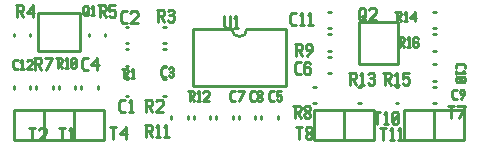
<source format=gbr>
G04 start of page 8 for group -4079 idx -4079 *
G04 Title: (unknown), topsilk *
G04 Creator: pcb 20140316 *
G04 CreationDate: Mon 31 Jul 2017 07:56:20 GMT UTC *
G04 For: harold *
G04 Format: Gerber/RS-274X *
G04 PCB-Dimensions (mil): 6000.00 5000.00 *
G04 PCB-Coordinate-Origin: lower left *
%MOIN*%
%FSLAX25Y25*%
%LNTOPSILK*%
%ADD33C,0.0100*%
G54D33*X240000Y275000D02*Y265000D01*
X250000D01*
Y275000D02*X240000D01*
Y265000D02*X250000D01*
Y275000D01*
X239607Y277245D02*X240393D01*
X239607Y282755D02*X240393D01*
X239607Y284745D02*X240393D01*
X239607Y290255D02*X240393D01*
X239607Y307755D02*X240393D01*
X239607Y302245D02*X240393D01*
X239607Y294745D02*X240393D01*
X239607Y300255D02*X240393D01*
X230000Y275000D02*Y265000D01*
X240000D01*
Y275000D02*X230000D01*
Y265000D02*X240000D01*
Y275000D01*
X200000D02*Y265000D01*
X210000D01*
Y275000D02*X200000D01*
Y265000D02*X210000D01*
Y275000D01*
X204607Y287245D02*X205393D01*
X204607Y292755D02*X205393D01*
X204607Y302245D02*X205393D01*
X204607Y307755D02*X205393D01*
X199607Y282755D02*X200393D01*
X199607Y277245D02*X200393D01*
X204607Y300255D02*X205393D01*
X204607Y294745D02*X205393D01*
X210000Y275000D02*Y265000D01*
X220000D01*
Y275000D02*X210000D01*
Y265000D02*X220000D01*
Y275000D01*
X214607Y277245D02*X215393D01*
X214607Y282755D02*X215393D01*
X227107Y277245D02*X227893D01*
X227107Y282755D02*X227893D01*
X215000Y304300D02*X227800D01*
Y290400D01*
X215000D02*X227800D01*
X215000Y304300D02*Y290400D01*
X105255Y282893D02*Y282107D01*
X99745Y282893D02*Y282107D01*
X107245Y282893D02*Y282107D01*
X112755Y282893D02*Y282107D01*
X99745Y300393D02*Y299607D01*
X105255Y300393D02*Y299607D01*
X120000Y275000D02*Y265000D01*
X130000D01*
Y275000D02*X120000D01*
Y265000D02*X130000D01*
Y275000D01*
X110000D02*Y265000D01*
X120000D01*
Y275000D02*X110000D01*
Y265000D02*X120000D01*
Y275000D01*
X100000D02*Y265000D01*
X110000D01*
Y275000D02*X100000D01*
Y265000D02*X110000D01*
Y275000D01*
X127755Y282893D02*Y282107D01*
X122245Y282893D02*Y282107D01*
X114745Y282893D02*Y282107D01*
X120255Y282893D02*Y282107D01*
X121800Y307500D02*Y294700D01*
X107900D02*X121800D01*
X107900Y307500D02*Y294700D01*
Y307500D02*X121800D01*
X124745Y300393D02*Y299607D01*
X130255Y300393D02*Y299607D01*
X137107Y302755D02*X137893D01*
X137107Y297245D02*X137893D01*
X137107Y289745D02*X137893D01*
X137107Y295255D02*X137893D01*
X137107Y279745D02*X137893D01*
X137107Y285255D02*X137893D01*
X149607Y279745D02*X150393D01*
X149607Y285255D02*X150393D01*
X149607Y289745D02*X150393D01*
X149607Y295255D02*X150393D01*
X152245Y272893D02*Y272107D01*
X157755Y272893D02*Y272107D01*
X149607Y302755D02*X150393D01*
X149607Y297245D02*X150393D01*
X165255Y272893D02*Y272107D01*
X159745Y272893D02*Y272107D01*
X167245Y272893D02*Y272107D01*
X172755Y272893D02*Y272107D01*
X174745Y272893D02*Y272107D01*
X180255Y272893D02*Y272107D01*
X187755Y272893D02*Y272107D01*
X182245Y272893D02*Y272107D01*
X159500Y302000D02*Y283000D01*
X190500D01*
Y302000D01*
X159500D02*X172500D01*
X190500D02*X177500D01*
X172500D02*G75*G03X177500Y302000I2500J0D01*G01*
X100039Y288650D02*X101040D01*
X99500Y289189D02*X100039Y288650D01*
X99500Y291191D02*Y289189D01*
Y291191D02*X100039Y291730D01*
X101040D01*
X101964Y291114D02*X102580Y291730D01*
Y288650D01*
X101964D02*X103119D01*
X104043Y291345D02*X104428Y291730D01*
X105583D01*
X105968Y291345D01*
Y290575D01*
X104043Y288650D02*X105968Y290575D01*
X104043Y288650D02*X105968D01*
X106500Y292500D02*X108500D01*
X109000Y292000D01*
Y291000D01*
X108500Y290500D02*X109000Y291000D01*
X107000Y290500D02*X108500D01*
X107000Y292500D02*Y288500D01*
X107800Y290500D02*X109000Y288500D01*
X110700D02*X112700Y292500D01*
X110200D02*X112700D01*
X100500Y310000D02*X102500D01*
X103000Y309500D01*
Y308500D01*
X102500Y308000D02*X103000Y308500D01*
X101000Y308000D02*X102500D01*
X101000Y310000D02*Y306000D01*
X101800Y308000D02*X103000Y306000D01*
X104200Y307500D02*X106200Y310000D01*
X104200Y307500D02*X106700D01*
X106200Y310000D02*Y306000D01*
X114000Y292230D02*X115540D01*
X115925Y291845D01*
Y291075D01*
X115540Y290690D02*X115925Y291075D01*
X114385Y290690D02*X115540D01*
X114385Y292230D02*Y289150D01*
X115001Y290690D02*X115925Y289150D01*
X116849Y291614D02*X117465Y292230D01*
Y289150D01*
X116849D02*X118004D01*
X118928Y289535D02*X119313Y289150D01*
X118928Y291845D02*Y289535D01*
Y291845D02*X119313Y292230D01*
X120083D01*
X120468Y291845D01*
Y289535D01*
X120083Y289150D02*X120468Y289535D01*
X119313Y289150D02*X120083D01*
X118928Y289920D02*X120468Y291460D01*
X132000Y269500D02*X134000D01*
X133000D02*Y265500D01*
X135200Y267000D02*X137200Y269500D01*
X135200Y267000D02*X137700D01*
X137200Y269500D02*Y265500D01*
X115000Y269000D02*X117000D01*
X116000D02*Y265000D01*
X118200Y268200D02*X119000Y269000D01*
Y265000D01*
X118200D02*X119700D01*
X105000Y269000D02*X107000D01*
X106000D02*Y265000D01*
X108200Y268500D02*X108700Y269000D01*
X110200D01*
X110700Y268500D01*
Y267500D01*
X108200Y265000D02*X110700Y267500D01*
X108200Y265000D02*X110700D01*
X123200Y288500D02*X124500D01*
X122500Y289200D02*X123200Y288500D01*
X122500Y291800D02*Y289200D01*
Y291800D02*X123200Y292500D01*
X124500D01*
X125700Y290000D02*X127700Y292500D01*
X125700Y290000D02*X128200D01*
X127700Y292500D02*Y288500D01*
X123000Y309345D02*Y307035D01*
Y309345D02*X123385Y309730D01*
X124155D01*
X124540Y309345D01*
Y307420D01*
X123770Y306650D02*X124540Y307420D01*
X123385Y306650D02*X123770D01*
X123000Y307035D02*X123385Y306650D01*
X123770Y307805D02*X124540Y306650D01*
X125464Y309114D02*X126080Y309730D01*
Y306650D01*
X125464D02*X126619D01*
X128000Y310000D02*X130000D01*
X130500Y309500D01*
Y308500D01*
X130000Y308000D02*X130500Y308500D01*
X128500Y308000D02*X130000D01*
X128500Y310000D02*Y306000D01*
X129300Y308000D02*X130500Y306000D01*
X131700Y310000D02*X133700D01*
X131700D02*Y308000D01*
X132200Y308500D01*
X133200D01*
X133700Y308000D01*
Y306500D01*
X133200Y306000D02*X133700Y306500D01*
X132200Y306000D02*X133200D01*
X131700Y306500D02*X132200Y306000D01*
X244500Y276500D02*X246500D01*
X245500D02*Y272500D01*
X248200D02*X250200Y276500D01*
X247700D02*X250200D01*
X246539Y278650D02*X247540D01*
X246000Y279189D02*X246539Y278650D01*
X246000Y281191D02*Y279189D01*
Y281191D02*X246539Y281730D01*
X247540D01*
X248849Y278650D02*X250004Y280190D01*
Y281345D02*Y280190D01*
X249619Y281730D02*X250004Y281345D01*
X248849Y281730D02*X249619D01*
X248464Y281345D02*X248849Y281730D01*
X248464Y281345D02*Y280575D01*
X248849Y280190D01*
X250004D01*
X247150Y289961D02*Y288960D01*
X247689Y290500D02*X247150Y289961D01*
X247689Y290500D02*X249691D01*
X250230Y289961D01*
Y288960D01*
X249614Y288036D02*X250230Y287420D01*
X247150D02*X250230D01*
X247150Y288036D02*Y286881D01*
X247535Y285957D02*X247150Y285572D01*
X247535Y285957D02*X249845D01*
X250230Y285572D01*
Y284802D01*
X249845Y284417D01*
X247535D02*X249845D01*
X247150Y284802D02*X247535Y284417D01*
X247150Y285572D02*Y284802D01*
X247920Y285957D02*X249460Y284417D01*
X222000Y269000D02*X224000D01*
X223000D02*Y265000D01*
X225200Y268200D02*X226000Y269000D01*
Y265000D01*
X225200D02*X226700D01*
X227900Y268200D02*X228700Y269000D01*
Y265000D01*
X227900D02*X229400D01*
X194000Y269500D02*X196000D01*
X195000D02*Y265500D01*
X197200Y266000D02*X197700Y265500D01*
X197200Y266800D02*Y266000D01*
Y266800D02*X197900Y267500D01*
X198500D01*
X199200Y266800D01*
Y266000D01*
X198700Y265500D02*X199200Y266000D01*
X197700Y265500D02*X198700D01*
X197200Y268200D02*X197900Y267500D01*
X197200Y269000D02*Y268200D01*
Y269000D02*X197700Y269500D01*
X198700D01*
X199200Y269000D01*
Y268200D01*
X198500Y267500D02*X199200Y268200D01*
X194200Y287000D02*X195500D01*
X193500Y287700D02*X194200Y287000D01*
X193500Y290300D02*Y287700D01*
Y290300D02*X194200Y291000D01*
X195500D01*
X198200D02*X198700Y290500D01*
X197200Y291000D02*X198200D01*
X196700Y290500D02*X197200Y291000D01*
X196700Y290500D02*Y287500D01*
X197200Y287000D01*
X198200Y289200D02*X198700Y288700D01*
X196700Y289200D02*X198200D01*
X197200Y287000D02*X198200D01*
X198700Y287500D01*
Y288700D02*Y287500D01*
X192700Y303500D02*X194000D01*
X192000Y304200D02*X192700Y303500D01*
X192000Y306800D02*Y304200D01*
Y306800D02*X192700Y307500D01*
X194000D01*
X195200Y306700D02*X196000Y307500D01*
Y303500D01*
X195200D02*X196700D01*
X197900Y306700D02*X198700Y307500D01*
Y303500D01*
X197900D02*X199400D01*
X193000Y276500D02*X195000D01*
X195500Y276000D01*
Y275000D01*
X195000Y274500D02*X195500Y275000D01*
X193500Y274500D02*X195000D01*
X193500Y276500D02*Y272500D01*
X194300Y274500D02*X195500Y272500D01*
X196700Y273000D02*X197200Y272500D01*
X196700Y273800D02*Y273000D01*
Y273800D02*X197400Y274500D01*
X198000D01*
X198700Y273800D01*
Y273000D01*
X198200Y272500D02*X198700Y273000D01*
X197200Y272500D02*X198200D01*
X196700Y275200D02*X197400Y274500D01*
X196700Y276000D02*Y275200D01*
Y276000D02*X197200Y276500D01*
X198200D01*
X198700Y276000D01*
Y275200D01*
X198000Y274500D02*X198700Y275200D01*
X193500Y297000D02*X195500D01*
X196000Y296500D01*
Y295500D01*
X195500Y295000D02*X196000Y295500D01*
X194000Y295000D02*X195500D01*
X194000Y297000D02*Y293000D01*
X194800Y295000D02*X196000Y293000D01*
X197700D02*X199200Y295000D01*
Y296500D02*Y295000D01*
X198700Y297000D02*X199200Y296500D01*
X197700Y297000D02*X198700D01*
X197200Y296500D02*X197700Y297000D01*
X197200Y296500D02*Y295500D01*
X197700Y295000D01*
X199200D01*
X220000Y274500D02*X222000D01*
X221000D02*Y270500D01*
X223200Y273700D02*X224000Y274500D01*
Y270500D01*
X223200D02*X224700D01*
X225900Y271000D02*X226400Y270500D01*
X225900Y274000D02*Y271000D01*
Y274000D02*X226400Y274500D01*
X227400D01*
X227900Y274000D01*
Y271000D01*
X227400Y270500D02*X227900Y271000D01*
X226400Y270500D02*X227400D01*
X225900Y271500D02*X227900Y273500D01*
X211500Y287500D02*X213500D01*
X214000Y287000D01*
Y286000D01*
X213500Y285500D02*X214000Y286000D01*
X212000Y285500D02*X213500D01*
X212000Y287500D02*Y283500D01*
X212800Y285500D02*X214000Y283500D01*
X215200Y286700D02*X216000Y287500D01*
Y283500D01*
X215200D02*X216700D01*
X217900Y287000D02*X218400Y287500D01*
X219400D01*
X219900Y287000D01*
X219400Y283500D02*X219900Y284000D01*
X218400Y283500D02*X219400D01*
X217900Y284000D02*X218400Y283500D01*
Y285700D02*X219400D01*
X219900Y287000D02*Y286200D01*
Y285200D02*Y284000D01*
Y285200D02*X219400Y285700D01*
X219900Y286200D02*X219400Y285700D01*
X223000Y287500D02*X225000D01*
X225500Y287000D01*
Y286000D01*
X225000Y285500D02*X225500Y286000D01*
X223500Y285500D02*X225000D01*
X223500Y287500D02*Y283500D01*
X224300Y285500D02*X225500Y283500D01*
X226700Y286700D02*X227500Y287500D01*
Y283500D01*
X226700D02*X228200D01*
X229400Y287500D02*X231400D01*
X229400D02*Y285500D01*
X229900Y286000D01*
X230900D01*
X231400Y285500D01*
Y284000D01*
X230900Y283500D02*X231400Y284000D01*
X229900Y283500D02*X230900D01*
X229400Y284000D02*X229900Y283500D01*
X227000Y307730D02*X228540D01*
X228925Y307345D01*
Y306575D01*
X228540Y306190D02*X228925Y306575D01*
X227385Y306190D02*X228540D01*
X227385Y307730D02*Y304650D01*
X228001Y306190D02*X228925Y304650D01*
X229849Y307114D02*X230465Y307730D01*
Y304650D01*
X229849D02*X231004D01*
X231928Y305805D02*X233468Y307730D01*
X231928Y305805D02*X233853D01*
X233468Y307730D02*Y304650D01*
X228000Y299230D02*X229540D01*
X229925Y298845D01*
Y298075D01*
X229540Y297690D02*X229925Y298075D01*
X228385Y297690D02*X229540D01*
X228385Y299230D02*Y296150D01*
X229001Y297690D02*X229925Y296150D01*
X230849Y298614D02*X231465Y299230D01*
Y296150D01*
X230849D02*X232004D01*
X234083Y299230D02*X234468Y298845D01*
X233313Y299230D02*X234083D01*
X232928Y298845D02*X233313Y299230D01*
X232928Y298845D02*Y296535D01*
X233313Y296150D01*
X234083Y297844D02*X234468Y297459D01*
X232928Y297844D02*X234083D01*
X233313Y296150D02*X234083D01*
X234468Y296535D01*
Y297459D02*Y296535D01*
X215000Y308500D02*Y305500D01*
Y308500D02*X215500Y309000D01*
X216500D01*
X217000Y308500D01*
Y306000D01*
X216000Y305000D02*X217000Y306000D01*
X215500Y305000D02*X216000D01*
X215000Y305500D02*X215500Y305000D01*
X216000Y306500D02*X217000Y305000D01*
X218200Y308500D02*X218700Y309000D01*
X220200D01*
X220700Y308500D01*
Y307500D01*
X218200Y305000D02*X220700Y307500D01*
X218200Y305000D02*X220700D01*
X135700Y274500D02*X137000D01*
X135000Y275200D02*X135700Y274500D01*
X135000Y277800D02*Y275200D01*
Y277800D02*X135700Y278500D01*
X137000D01*
X138200Y277700D02*X139000Y278500D01*
Y274500D01*
X138200D02*X139700D01*
X136000Y288730D02*X137540D01*
X137925Y288345D01*
Y287575D01*
X137540Y287190D02*X137925Y287575D01*
X136385Y287190D02*X137540D01*
X136385Y288730D02*Y285650D01*
X137001Y287190D02*X137925Y285650D01*
X138849Y288114D02*X139465Y288730D01*
Y285650D01*
X138849D02*X140004D01*
X136200Y304000D02*X137500D01*
X135500Y304700D02*X136200Y304000D01*
X135500Y307300D02*Y304700D01*
Y307300D02*X136200Y308000D01*
X137500D01*
X138700Y307500D02*X139200Y308000D01*
X140700D01*
X141200Y307500D01*
Y306500D01*
X138700Y304000D02*X141200Y306500D01*
X138700Y304000D02*X141200D01*
X147500Y308500D02*X149500D01*
X150000Y308000D01*
Y307000D01*
X149500Y306500D02*X150000Y307000D01*
X148000Y306500D02*X149500D01*
X148000Y308500D02*Y304500D01*
X148800Y306500D02*X150000Y304500D01*
X151200Y308000D02*X151700Y308500D01*
X152700D01*
X153200Y308000D01*
X152700Y304500D02*X153200Y305000D01*
X151700Y304500D02*X152700D01*
X151200Y305000D02*X151700Y304500D01*
Y306700D02*X152700D01*
X153200Y308000D02*Y307200D01*
Y306200D02*Y305000D01*
Y306200D02*X152700Y306700D01*
X153200Y307200D02*X152700Y306700D01*
X143500Y278500D02*X145500D01*
X146000Y278000D01*
Y277000D01*
X145500Y276500D02*X146000Y277000D01*
X144000Y276500D02*X145500D01*
X144000Y278500D02*Y274500D01*
X144800Y276500D02*X146000Y274500D01*
X147200Y278000D02*X147700Y278500D01*
X149200D01*
X149700Y278000D01*
Y277000D01*
X147200Y274500D02*X149700Y277000D01*
X147200Y274500D02*X149700D01*
X149539Y286150D02*X150540D01*
X149000Y286689D02*X149539Y286150D01*
X149000Y288691D02*Y286689D01*
Y288691D02*X149539Y289230D01*
X150540D01*
X151464Y288845D02*X151849Y289230D01*
X152619D01*
X153004Y288845D01*
X152619Y286150D02*X153004Y286535D01*
X151849Y286150D02*X152619D01*
X151464Y286535D02*X151849Y286150D01*
Y287844D02*X152619D01*
X153004Y288845D02*Y288229D01*
Y287459D02*Y286535D01*
Y287459D02*X152619Y287844D01*
X153004Y288229D02*X152619Y287844D01*
X143500Y270000D02*X145500D01*
X146000Y269500D01*
Y268500D01*
X145500Y268000D02*X146000Y268500D01*
X144000Y268000D02*X145500D01*
X144000Y270000D02*Y266000D01*
X144800Y268000D02*X146000Y266000D01*
X147200Y269200D02*X148000Y270000D01*
Y266000D01*
X147200D02*X148700D01*
X149900Y269200D02*X150700Y270000D01*
Y266000D01*
X149900D02*X151400D01*
X158000Y281230D02*X159540D01*
X159925Y280845D01*
Y280075D01*
X159540Y279690D02*X159925Y280075D01*
X158385Y279690D02*X159540D01*
X158385Y281230D02*Y278150D01*
X159001Y279690D02*X159925Y278150D01*
X160849Y280614D02*X161465Y281230D01*
Y278150D01*
X160849D02*X162004D01*
X162928Y280845D02*X163313Y281230D01*
X164468D01*
X164853Y280845D01*
Y280075D01*
X162928Y278150D02*X164853Y280075D01*
X162928Y278150D02*X164853D01*
X172539D02*X173540D01*
X172000Y278689D02*X172539Y278150D01*
X172000Y280691D02*Y278689D01*
Y280691D02*X172539Y281230D01*
X173540D01*
X174849Y278150D02*X176389Y281230D01*
X174464D02*X176389D01*
X179039Y278150D02*X180040D01*
X178500Y278689D02*X179039Y278150D01*
X178500Y280691D02*Y278689D01*
Y280691D02*X179039Y281230D01*
X180040D01*
X180964Y278535D02*X181349Y278150D01*
X180964Y279151D02*Y278535D01*
Y279151D02*X181503Y279690D01*
X181965D01*
X182504Y279151D01*
Y278535D01*
X182119Y278150D02*X182504Y278535D01*
X181349Y278150D02*X182119D01*
X180964Y280229D02*X181503Y279690D01*
X180964Y280845D02*Y280229D01*
Y280845D02*X181349Y281230D01*
X182119D01*
X182504Y280845D01*
Y280229D01*
X181965Y279690D02*X182504Y280229D01*
X185539Y278150D02*X186540D01*
X185000Y278689D02*X185539Y278150D01*
X185000Y280691D02*Y278689D01*
Y280691D02*X185539Y281230D01*
X186540D01*
X187464D02*X189004D01*
X187464D02*Y279690D01*
X187849Y280075D01*
X188619D01*
X189004Y279690D01*
Y278535D01*
X188619Y278150D02*X189004Y278535D01*
X187849Y278150D02*X188619D01*
X187464Y278535D02*X187849Y278150D01*
X170000Y306500D02*Y303000D01*
X170500Y302500D01*
X171500D01*
X172000Y303000D01*
Y306500D02*Y303000D01*
X173200Y305700D02*X174000Y306500D01*
Y302500D01*
X173200D02*X174700D01*
M02*

</source>
